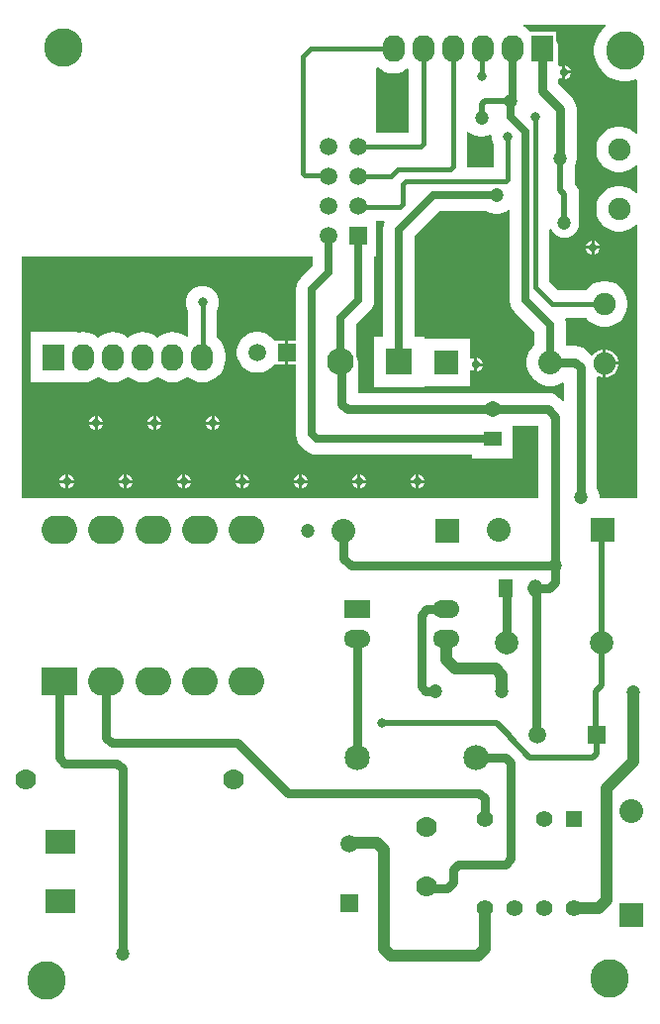
<source format=gbl>
G04*
G04 #@! TF.GenerationSoftware,Altium Limited,Altium Designer,21.0.9 (235)*
G04*
G04 Layer_Physical_Order=2*
G04 Layer_Color=16711680*
%FSTAX24Y24*%
%MOIN*%
G70*
G04*
G04 #@! TF.SameCoordinates,7FC3A568-097F-4849-A274-7F7CC5E3089F*
G04*
G04*
G04 #@! TF.FilePolarity,Positive*
G04*
G01*
G75*
%ADD69C,0.0315*%
%ADD70C,0.0157*%
%ADD71C,0.0197*%
%ADD72C,0.0394*%
%ADD73C,0.0276*%
%ADD74R,0.0906X0.0906*%
%ADD75C,0.0906*%
%ADD76O,0.0591X0.0512*%
%ADD77R,0.0591X0.0512*%
%ADD78R,0.0800X0.0800*%
%ADD79C,0.0800*%
%ADD80R,0.0512X0.0591*%
%ADD81O,0.0512X0.0591*%
%ADD82O,0.0900X0.0600*%
%ADD83R,0.0900X0.0600*%
%ADD84R,0.0591X0.0591*%
%ADD85C,0.0591*%
%ADD86C,0.0850*%
%ADD87C,0.0555*%
%ADD88R,0.0555X0.0555*%
%ADD89C,0.0700*%
%ADD90R,0.0591X0.0591*%
%ADD91C,0.1299*%
%ADD92R,0.1201X0.0965*%
%ADD93O,0.1201X0.0965*%
%ADD94C,0.0787*%
%ADD95R,0.0984X0.0787*%
%ADD96O,0.0750X0.0900*%
%ADD97R,0.0750X0.0900*%
%ADD98C,0.0750*%
%ADD99R,0.0800X0.0800*%
%ADD100C,0.0276*%
%ADD101C,0.0472*%
%ADD102C,0.0315*%
G36*
X049655Y046828D02*
X049616Y0468D01*
X049499Y046684D01*
X049403Y046551D01*
X049328Y046404D01*
X049278Y046248D01*
X049252Y046086D01*
Y045922D01*
X049278Y04576D01*
X049328Y045603D01*
X049403Y045457D01*
X049499Y045324D01*
X049616Y045208D01*
X049748Y045112D01*
X049895Y045037D01*
X050051Y044986D01*
X050213Y044961D01*
X050377D01*
X05054Y044986D01*
X050665Y045027D01*
X050715Y044992D01*
X050715Y043215D01*
X050665Y043194D01*
X050588Y04327D01*
X050463Y043354D01*
X050323Y043412D01*
X050174Y043442D01*
X050023D01*
X049874Y043412D01*
X049734Y043354D01*
X049608Y04327D01*
X049501Y043163D01*
X049417Y043037D01*
X049359Y042897D01*
X04933Y042749D01*
Y042598D01*
X049359Y042449D01*
X049417Y042309D01*
X049501Y042183D01*
X049608Y042076D01*
X049734Y041992D01*
X049874Y041934D01*
X050023Y041905D01*
X050174D01*
X050323Y041934D01*
X050463Y041992D01*
X050588Y042076D01*
X050665Y042152D01*
X050715Y042132D01*
Y041215D01*
X050665Y041194D01*
X050588Y04127D01*
X050463Y041354D01*
X050323Y041412D01*
X050174Y041442D01*
X050023D01*
X049874Y041412D01*
X049734Y041354D01*
X049608Y04127D01*
X049501Y041163D01*
X049417Y041037D01*
X049359Y040897D01*
X04933Y040749D01*
Y040598D01*
X049359Y040449D01*
X049417Y040309D01*
X049501Y040183D01*
X049608Y040076D01*
X049734Y039992D01*
X049874Y039934D01*
X050023Y039905D01*
X050174D01*
X050323Y039934D01*
X050463Y039992D01*
X050588Y040076D01*
X050665Y040152D01*
X050715Y040132D01*
X050715Y030945D01*
X049429D01*
Y031027D01*
X049405Y031148D01*
X049357Y031263D01*
X049355Y031266D01*
Y035017D01*
X049398Y035042D01*
X049423Y035028D01*
X049544Y034995D01*
X049556D01*
Y03547D01*
Y035945D01*
X049544D01*
X049423Y035913D01*
X049315Y035851D01*
X049226Y035762D01*
X049224Y035759D01*
X049162Y035751D01*
X049008Y035905D01*
X048893Y035993D01*
X048759Y036049D01*
X048615Y036068D01*
X048352D01*
X048322Y036098D01*
Y036752D01*
X048303Y036891D01*
X048281Y036944D01*
X048303Y036994D01*
X049D01*
X049009Y03698D01*
X049116Y036873D01*
X049242Y036789D01*
X049382Y036731D01*
X049531Y036702D01*
X049682D01*
X049831Y036731D01*
X04997Y036789D01*
X050096Y036873D01*
X050203Y03698D01*
X050288Y037106D01*
X050345Y037246D01*
X050375Y037395D01*
Y037546D01*
X050345Y037695D01*
X050288Y037835D01*
X050203Y03796D01*
X050096Y038068D01*
X04997Y038152D01*
X049831Y03821D01*
X049682Y038239D01*
X049531D01*
X049382Y03821D01*
X049242Y038152D01*
X049116Y038068D01*
X049009Y03796D01*
X049Y037947D01*
X048042D01*
X04776Y038229D01*
Y039982D01*
X04781Y039992D01*
X047828Y039949D01*
X047907Y039846D01*
X04801Y039767D01*
X048129Y039717D01*
X048258Y0397D01*
X048386Y039717D01*
X048506Y039767D01*
X048609Y039846D01*
X048688Y039949D01*
X048737Y040068D01*
X048754Y040197D01*
Y041161D01*
X048754Y041161D01*
X048737Y04129D01*
X048688Y04141D01*
X048609Y041512D01*
X048609Y041512D01*
X048607Y041515D01*
Y04212D01*
X048647Y042218D01*
X048666Y042362D01*
Y044026D01*
X048647Y044169D01*
X048592Y044304D01*
X048503Y044419D01*
X048052Y04487D01*
Y04505D01*
X048102Y045071D01*
X048178Y045039D01*
Y045276D01*
Y045512D01*
X048102Y045481D01*
X048052Y045501D01*
Y046073D01*
X048033Y046217D01*
X047978Y046351D01*
X047971Y046359D01*
Y046623D01*
X047541D01*
X047496Y046629D01*
X047451Y046623D01*
X047101D01*
X047042Y046694D01*
X046925Y04679D01*
X046858Y046826D01*
X04687Y046876D01*
X04964D01*
X049655Y046828D01*
D02*
G37*
G36*
X042067Y045356D02*
X0422Y045284D01*
X042345Y04524D01*
X042496Y045225D01*
X042647Y04524D01*
X042792Y045284D01*
X042925Y045356D01*
X04297Y045392D01*
X04302Y045368D01*
Y043248D01*
X041919D01*
Y045412D01*
X041969Y045436D01*
X042067Y045356D01*
D02*
G37*
G36*
X045061Y043241D02*
X045164Y043172D01*
X045279Y043125D01*
X045401Y0431D01*
X045525D01*
X045646Y043125D01*
X045757Y04317D01*
X045771Y043165D01*
X045807Y043143D01*
Y043038D01*
X045845Y042897D01*
X045882Y042833D01*
Y042061D01*
X044998D01*
X044973Y04209D01*
Y043259D01*
X045023Y043279D01*
X045061Y043241D01*
D02*
G37*
G36*
X046413Y040624D02*
Y037589D01*
X046431Y03745D01*
X046485Y037321D01*
X04657Y03721D01*
X047249Y03653D01*
Y036098D01*
X047169Y036018D01*
X047082Y035888D01*
X047022Y035743D01*
X046992Y03559D01*
Y035434D01*
X047022Y03528D01*
X047082Y035136D01*
X047169Y035006D01*
X047279Y034895D01*
X047409Y034808D01*
X047554Y034749D01*
X047707Y034718D01*
X047864D01*
X048017Y034749D01*
X048161Y034808D01*
X048199Y034834D01*
X048243Y03481D01*
Y034232D01*
X048197Y034213D01*
X048094Y034316D01*
X047979Y034405D01*
X047845Y03446D01*
X047701Y034479D01*
X041304D01*
Y035492D01*
X041285Y035636D01*
X041255Y03571D01*
Y036786D01*
X041704Y037235D01*
X041789Y037346D01*
X041811Y0374D01*
X041843Y037475D01*
X041861Y037614D01*
Y039075D01*
X041919D01*
Y040272D01*
X042181D01*
X042212Y040222D01*
X042169Y040119D01*
X042151Y03998D01*
Y036368D01*
X041841D01*
Y034675D01*
X043533D01*
Y034718D01*
X045079D01*
Y035228D01*
X045125Y035247D01*
X045141Y035231D01*
X045226Y035196D01*
Y035433D01*
Y03567D01*
X045141Y035635D01*
X045125Y035619D01*
X045079Y035638D01*
Y036306D01*
X043533D01*
Y036368D01*
X043223D01*
Y039758D01*
X04407Y040606D01*
X045643D01*
X045676Y040584D01*
X045791Y040536D01*
X045912Y040512D01*
X046036D01*
X046158Y040536D01*
X046273Y040584D01*
X046363Y040644D01*
X046413Y040624D01*
D02*
G37*
G36*
X039789Y038756D02*
X039375Y038342D01*
X03929Y038231D01*
X039236Y038101D01*
X039218Y037963D01*
Y036242D01*
X038957D01*
Y035846D01*
Y035451D01*
X039218D01*
Y033085D01*
X039236Y032946D01*
X03929Y032817D01*
X039375Y032706D01*
X039536Y032544D01*
X039647Y032459D01*
X039777Y032405D01*
X039915Y032387D01*
X045148D01*
Y032274D01*
X046526D01*
Y033367D01*
X047387D01*
Y030945D01*
X029984D01*
Y039075D01*
X039789Y039075D01*
Y038756D01*
D02*
G37*
%LPC*%
G36*
X048278Y045512D02*
Y045326D01*
X048465D01*
X04843Y04541D01*
X048363Y045477D01*
X048278Y045512D01*
D02*
G37*
G36*
X048465Y045226D02*
X048278D01*
Y045039D01*
X048363Y045074D01*
X04843Y045141D01*
X048465Y045226D01*
D02*
G37*
G36*
X049263Y039607D02*
Y03942D01*
X049449D01*
X049414Y039505D01*
X049347Y039572D01*
X049263Y039607D01*
D02*
G37*
G36*
X049163D02*
X049078Y039572D01*
X049011Y039505D01*
X048976Y03942D01*
X049163D01*
Y039607D01*
D02*
G37*
G36*
X049449Y03932D02*
X049263D01*
Y039133D01*
X049347Y039168D01*
X049414Y039235D01*
X049449Y03932D01*
D02*
G37*
G36*
X049163D02*
X048976D01*
X049011Y039235D01*
X049078Y039168D01*
X049163Y039133D01*
Y03932D01*
D02*
G37*
G36*
X049669Y035945D02*
X049656D01*
Y03552D01*
X050081D01*
Y035533D01*
X050049Y035654D01*
X049986Y035762D01*
X049898Y035851D01*
X04979Y035913D01*
X049669Y035945D01*
D02*
G37*
G36*
X050081Y03542D02*
X049656D01*
Y034995D01*
X049669D01*
X04979Y035028D01*
X049898Y03509D01*
X049986Y035179D01*
X050049Y035287D01*
X050081Y035408D01*
Y03542D01*
D02*
G37*
G36*
X045326Y03567D02*
Y035483D01*
X045512D01*
X045477Y035568D01*
X04541Y035635D01*
X045326Y03567D01*
D02*
G37*
G36*
X045512Y035383D02*
X045326D01*
Y035196D01*
X04541Y035231D01*
X045477Y035298D01*
X045512Y035383D01*
D02*
G37*
G36*
X036136Y038071D02*
X03599D01*
X03585Y038033D01*
X035725Y037961D01*
X035622Y037858D01*
X035549Y037732D01*
X035512Y037592D01*
Y037447D01*
X035549Y037307D01*
X035585Y037244D01*
Y036383D01*
X035535Y036359D01*
X03549Y036396D01*
X035357Y036468D01*
X035212Y036512D01*
X035061Y036527D01*
X03491Y036512D01*
X034765Y036468D01*
X034632Y036396D01*
X034561Y036338D01*
X03449Y036396D01*
X034357Y036468D01*
X034212Y036512D01*
X034061Y036527D01*
X03391Y036512D01*
X033765Y036468D01*
X033632Y036396D01*
X033561Y036338D01*
X03349Y036396D01*
X033357Y036468D01*
X033212Y036512D01*
X033061Y036527D01*
X03291Y036512D01*
X032765Y036468D01*
X032632Y036396D01*
X032561Y036338D01*
X03249Y036396D01*
X032357Y036468D01*
X032212Y036512D01*
X032061Y036527D01*
X03191Y036512D01*
X031864Y036498D01*
X03183Y036523D01*
Y036523D01*
X030292D01*
Y034835D01*
X03183D01*
Y034835D01*
X031864Y034861D01*
X03191Y034847D01*
X032061Y034832D01*
X032212Y034847D01*
X032357Y034891D01*
X03249Y034962D01*
X032561Y03502D01*
X032632Y034962D01*
X032765Y034891D01*
X03291Y034847D01*
X033061Y034832D01*
X033212Y034847D01*
X033357Y034891D01*
X03349Y034962D01*
X033561Y03502D01*
X033632Y034962D01*
X033765Y034891D01*
X03391Y034847D01*
X034061Y034832D01*
X034212Y034847D01*
X034357Y034891D01*
X03449Y034962D01*
X034561Y03502D01*
X034632Y034962D01*
X034765Y034891D01*
X03491Y034847D01*
X035061Y034832D01*
X035212Y034847D01*
X035357Y034891D01*
X03549Y034962D01*
X035561Y03502D01*
X035632Y034962D01*
X035765Y034891D01*
X03591Y034847D01*
X036061Y034832D01*
X036212Y034847D01*
X036357Y034891D01*
X03649Y034962D01*
X036607Y035058D01*
X036703Y035175D01*
X036775Y035309D01*
X036819Y035453D01*
X036833Y035604D01*
Y035754D01*
X036819Y035905D01*
X036775Y03605D01*
X036703Y036183D01*
X036607Y0363D01*
X036539Y036357D01*
Y037241D01*
X036577Y037307D01*
X036614Y037447D01*
Y037592D01*
X036577Y037732D01*
X036504Y037858D01*
X036401Y037961D01*
X036276Y038033D01*
X036136Y038071D01*
D02*
G37*
G36*
X037975Y036535D02*
X03784D01*
X037707Y036509D01*
X037581Y036457D01*
X037468Y036382D01*
X037372Y036286D01*
X037297Y036173D01*
X037245Y036047D01*
X037218Y035914D01*
Y035779D01*
X037245Y035645D01*
X037297Y03552D01*
X037372Y035407D01*
X037468Y035311D01*
X037581Y035236D01*
X037707Y035184D01*
X03784Y035157D01*
X037975D01*
X038108Y035184D01*
X038234Y035236D01*
X038347Y035311D01*
X038443Y035407D01*
X038464Y035439D01*
X038512Y035451D01*
Y035451D01*
X038512Y035451D01*
X038857D01*
Y035846D01*
Y036242D01*
X038512D01*
X038512Y036242D01*
Y036242D01*
X038465Y036253D01*
X038443Y036286D01*
X038347Y036382D01*
X038234Y036457D01*
X038108Y036509D01*
X037975Y036535D01*
D02*
G37*
G36*
X036467Y033701D02*
Y033515D01*
X036654D01*
X036619Y033599D01*
X036552Y033666D01*
X036467Y033701D01*
D02*
G37*
G36*
X036367D02*
X036283Y033666D01*
X036216Y033599D01*
X036181Y033515D01*
X036367D01*
Y033701D01*
D02*
G37*
G36*
X034499D02*
Y033515D01*
X034685D01*
X03465Y033599D01*
X034584Y033666D01*
X034499Y033701D01*
D02*
G37*
G36*
X034399D02*
X034314Y033666D01*
X034247Y033599D01*
X034212Y033515D01*
X034399D01*
Y033701D01*
D02*
G37*
G36*
X03253D02*
Y033515D01*
X032717D01*
X032682Y033599D01*
X032615Y033666D01*
X03253Y033701D01*
D02*
G37*
G36*
X03243D02*
X032346Y033666D01*
X032279Y033599D01*
X032244Y033515D01*
X03243D01*
Y033701D01*
D02*
G37*
G36*
X036654Y033415D02*
X036467D01*
Y033228D01*
X036552Y033263D01*
X036619Y03333D01*
X036654Y033415D01*
D02*
G37*
G36*
X036367D02*
X036181D01*
X036216Y03333D01*
X036283Y033263D01*
X036367Y033228D01*
Y033415D01*
D02*
G37*
G36*
X034685D02*
X034499D01*
Y033228D01*
X034584Y033263D01*
X03465Y03333D01*
X034685Y033415D01*
D02*
G37*
G36*
X034399D02*
X034212D01*
X034247Y03333D01*
X034314Y033263D01*
X034399Y033228D01*
Y033415D01*
D02*
G37*
G36*
X032717D02*
X03253D01*
Y033228D01*
X032615Y033263D01*
X032682Y03333D01*
X032717Y033415D01*
D02*
G37*
G36*
X03243D02*
X032244D01*
X032279Y03333D01*
X032346Y033263D01*
X03243Y033228D01*
Y033415D01*
D02*
G37*
G36*
X043357Y031733D02*
Y031546D01*
X043544D01*
X043509Y031631D01*
X043442Y031698D01*
X043357Y031733D01*
D02*
G37*
G36*
X043257D02*
X043172Y031698D01*
X043106Y031631D01*
X04307Y031546D01*
X043257D01*
Y031733D01*
D02*
G37*
G36*
X041389D02*
Y031546D01*
X041575D01*
X04154Y031631D01*
X041473Y031698D01*
X041389Y031733D01*
D02*
G37*
G36*
X041289D02*
X041204Y031698D01*
X041137Y031631D01*
X041102Y031546D01*
X041289D01*
Y031733D01*
D02*
G37*
G36*
X03942D02*
Y031546D01*
X039607D01*
X039572Y031631D01*
X039505Y031698D01*
X03942Y031733D01*
D02*
G37*
G36*
X03932D02*
X039235Y031698D01*
X039168Y031631D01*
X039133Y031546D01*
X03932D01*
Y031733D01*
D02*
G37*
G36*
X037452D02*
Y031546D01*
X037638D01*
X037603Y031631D01*
X037536Y031698D01*
X037452Y031733D01*
D02*
G37*
G36*
X037352D02*
X037267Y031698D01*
X0372Y031631D01*
X037165Y031546D01*
X037352D01*
Y031733D01*
D02*
G37*
G36*
X035483D02*
Y031546D01*
X03567D01*
X035635Y031631D01*
X035568Y031698D01*
X035483Y031733D01*
D02*
G37*
G36*
X035383D02*
X035298Y031698D01*
X035231Y031631D01*
X035196Y031546D01*
X035383D01*
Y031733D01*
D02*
G37*
G36*
X033515D02*
Y031546D01*
X033701D01*
X033666Y031631D01*
X033599Y031698D01*
X033515Y031733D01*
D02*
G37*
G36*
X033415D02*
X03333Y031698D01*
X033263Y031631D01*
X033228Y031546D01*
X033415D01*
Y031733D01*
D02*
G37*
G36*
X031546D02*
Y031546D01*
X031733D01*
X031698Y031631D01*
X031631Y031698D01*
X031546Y031733D01*
D02*
G37*
G36*
X031446D02*
X031361Y031698D01*
X031294Y031631D01*
X031259Y031546D01*
X031446D01*
Y031733D01*
D02*
G37*
G36*
X043544Y031446D02*
X043357D01*
Y031259D01*
X043442Y031294D01*
X043509Y031361D01*
X043544Y031446D01*
D02*
G37*
G36*
X043257D02*
X04307D01*
X043106Y031361D01*
X043172Y031294D01*
X043257Y031259D01*
Y031446D01*
D02*
G37*
G36*
X041575D02*
X041389D01*
Y031259D01*
X041473Y031294D01*
X04154Y031361D01*
X041575Y031446D01*
D02*
G37*
G36*
X041289D02*
X041102D01*
X041137Y031361D01*
X041204Y031294D01*
X041289Y031259D01*
Y031446D01*
D02*
G37*
G36*
X039607D02*
X03942D01*
Y031259D01*
X039505Y031294D01*
X039572Y031361D01*
X039607Y031446D01*
D02*
G37*
G36*
X03932D02*
X039133D01*
X039168Y031361D01*
X039235Y031294D01*
X03932Y031259D01*
Y031446D01*
D02*
G37*
G36*
X037638D02*
X037452D01*
Y031259D01*
X037536Y031294D01*
X037603Y031361D01*
X037638Y031446D01*
D02*
G37*
G36*
X037352D02*
X037165D01*
X0372Y031361D01*
X037267Y031294D01*
X037352Y031259D01*
Y031446D01*
D02*
G37*
G36*
X03567D02*
X035483D01*
Y031259D01*
X035568Y031294D01*
X035635Y031361D01*
X03567Y031446D01*
D02*
G37*
G36*
X035383D02*
X035196D01*
X035231Y031361D01*
X035298Y031294D01*
X035383Y031259D01*
Y031446D01*
D02*
G37*
G36*
X033701D02*
X033515D01*
Y031259D01*
X033599Y031294D01*
X033666Y031361D01*
X033701Y031446D01*
D02*
G37*
G36*
X033415D02*
X033228D01*
X033263Y031361D01*
X03333Y031294D01*
X033415Y031259D01*
Y031446D01*
D02*
G37*
G36*
X031733D02*
X031546D01*
Y031259D01*
X031631Y031294D01*
X031698Y031361D01*
X031733Y031446D01*
D02*
G37*
G36*
X031446D02*
X031259D01*
X031294Y031361D01*
X031361Y031294D01*
X031446Y031259D01*
Y031446D01*
D02*
G37*
%LPD*%
D69*
X045837Y033923D02*
X047701D01*
X040933D02*
X045837D01*
X033366Y015591D02*
Y021823D01*
X031427Y022008D02*
X033182D01*
X033366Y021823D01*
X033009Y022697D02*
X037254D01*
X038819Y021132D01*
X032825Y022881D02*
X033009Y022697D01*
X032825Y022881D02*
Y024754D01*
X031265Y02217D02*
X031427Y022008D01*
X03125Y022185D02*
Y024754D01*
X04811Y042362D02*
Y044026D01*
X047496Y04464D02*
X04811Y044026D01*
X047496Y04464D02*
Y046073D01*
X040748Y034108D02*
Y035492D01*
Y034108D02*
X040933Y033923D01*
X040718Y035522D02*
X040748Y035492D01*
X047785Y035512D02*
X048615D01*
X048799Y030965D02*
Y035327D01*
X048615Y035512D02*
X048799Y035327D01*
X047701Y033923D02*
X047943Y033681D01*
Y028661D02*
Y033681D01*
X040827Y028915D02*
X04108Y028661D01*
X047943D01*
X047758Y027904D02*
X047943Y028088D01*
X047289Y027904D02*
X047758D01*
X047943Y028088D02*
Y028661D01*
X040827Y028915D02*
Y029823D01*
X043589Y024449D02*
X043897D01*
X043435Y024604D02*
Y027001D01*
X043897Y024449D02*
X043927Y024419D01*
X043435Y024604D02*
X043589Y024449D01*
X04362Y027185D02*
X044272D01*
X043435Y027001D02*
X04362Y027185D01*
X041274Y022207D02*
Y026183D01*
X041272Y026185D02*
X041274Y026183D01*
Y022207D02*
X041276Y022205D01*
X046306Y02607D02*
X046323Y026053D01*
X046306Y02607D02*
Y027887D01*
X046289Y027904D02*
X046306Y027887D01*
X047313Y022996D02*
Y02788D01*
X047289Y027904D02*
X047313Y02788D01*
Y022996D02*
X047337Y022972D01*
X046272Y018612D02*
X046457Y018797D01*
X044692Y018612D02*
X046272D01*
X046457Y018797D02*
Y02202D01*
X045276Y022205D02*
X046272D01*
X046457Y02202D01*
X044508Y018428D02*
X044692Y018612D01*
X044508Y017995D02*
Y018428D01*
X044323Y01781D02*
X044508Y017995D01*
X043676Y01781D02*
X044323D01*
X043602Y017884D02*
X043676Y01781D01*
X038819Y021132D02*
X038937Y021014D01*
X045394D01*
X045579Y020829D01*
Y020128D02*
Y020829D01*
D70*
X03125Y022185D02*
X031265Y02217D01*
X042805Y041492D02*
X042897Y041585D01*
X046266D01*
X041348Y040748D02*
X042713D01*
X042805Y04084D01*
Y041492D01*
X045484Y046061D02*
X045496Y046073D01*
X045484Y04515D02*
Y046061D01*
X045472Y045138D02*
X045484Y04515D01*
X047274Y04377D02*
X047283Y04376D01*
Y038031D02*
X047844Y03747D01*
X047283Y038031D02*
Y04376D01*
X047844Y03747D02*
X049606D01*
X046358Y041677D02*
Y04311D01*
X042638Y041998D02*
X044404D01*
X044496Y04209D02*
Y046073D01*
X044404Y041998D02*
X044496Y04209D01*
X042411Y041772D02*
X042638Y041998D01*
X046266Y041585D02*
X046358Y041677D01*
X043404Y042772D02*
X043496Y042864D01*
X041325Y042772D02*
X043404D01*
X043496Y042864D02*
Y046073D01*
X041325Y041772D02*
X042411D01*
X039695Y046073D02*
X042496D01*
X039429Y045807D02*
X039695Y046073D01*
X039429Y041884D02*
X039521Y041791D01*
X039429Y041884D02*
Y045807D01*
X039521Y041791D02*
X040305D01*
X040325Y041772D01*
X041325Y040772D02*
X041348Y040748D01*
X036062Y03568D02*
Y037519D01*
X036061Y035679D02*
X036062Y03568D01*
Y037519D02*
X036063Y03752D01*
D71*
X045463Y04373D02*
Y044194D01*
X045578Y04431D01*
X046445D01*
X048258Y040197D02*
Y041161D01*
X04811Y041309D02*
X048258Y041161D01*
X04811Y041309D02*
Y042362D01*
X049337Y02233D02*
Y022972D01*
X049221Y022215D02*
X049337Y02233D01*
X046407Y022894D02*
X047087Y022215D01*
X049221D01*
X049311Y022998D02*
X049337Y022972D01*
X045965Y023366D02*
X046407Y022923D01*
Y022894D02*
Y022923D01*
X042106Y023366D02*
X045965D01*
X049523Y026053D02*
Y029858D01*
X049537Y029872D01*
X049311Y022998D02*
Y024419D01*
X049523Y024632D01*
Y026053D01*
D72*
X050571Y022067D02*
Y024409D01*
X049665Y021161D02*
X050571Y022067D01*
X049665Y017392D02*
Y021161D01*
X049419Y017146D02*
X049665Y017392D01*
X048596Y017146D02*
X049419D01*
X048579Y017128D02*
X048596Y017146D01*
X046161Y024419D02*
Y024966D01*
X044577Y025197D02*
X045931D01*
X046161Y024966D01*
X044272Y025502D02*
X044577Y025197D01*
X044272Y025502D02*
Y026185D01*
X045348Y015522D02*
X045579Y015752D01*
X042416Y015522D02*
X045348D01*
X045579Y015752D02*
Y017128D01*
X042185Y015752D02*
Y01909D01*
Y015752D02*
X042416Y015522D01*
X041008Y019321D02*
X041954D01*
X042185Y01909D01*
X041004Y019317D02*
X041008Y019321D01*
D73*
X039754Y037963D02*
X040325Y038533D01*
Y039772D01*
X039754Y033085D02*
Y037963D01*
X046949Y037589D02*
Y043278D01*
Y037589D02*
X047785Y036752D01*
Y035512D02*
Y036752D01*
X046445Y043781D02*
X046949Y043278D01*
X046445Y043781D02*
Y04431D01*
Y044363D02*
X046496Y044414D01*
Y046073D01*
X046445Y04431D02*
Y044363D01*
X042687Y035522D02*
Y03998D01*
X043848Y041142D02*
X045974D01*
X042687Y03998D02*
X043848Y041142D01*
X039915Y032923D02*
X045837D01*
X039754Y033085D02*
X039915Y032923D01*
X041325Y037614D02*
Y039772D01*
X040718Y037008D02*
X041325Y037614D01*
X040718Y035522D02*
Y037008D01*
D74*
X042687Y035522D02*
D03*
D75*
X040718D02*
D03*
D76*
X045837Y033923D02*
D03*
D77*
Y032923D02*
D03*
D78*
X044327Y029823D02*
D03*
X049537Y029872D02*
D03*
X044285Y035512D02*
D03*
D79*
X040827Y029823D02*
D03*
X046037Y029872D02*
D03*
X047785Y035512D02*
D03*
X050522Y020409D02*
D03*
D80*
X046289Y027904D02*
D03*
D81*
X047289D02*
D03*
D82*
X044272Y027185D02*
D03*
Y026185D02*
D03*
X041272D02*
D03*
D83*
Y027185D02*
D03*
D84*
X049337Y022972D02*
D03*
X038907Y035846D02*
D03*
D85*
X047337Y022972D02*
D03*
X041004Y019317D02*
D03*
X037907Y035846D02*
D03*
X040325Y042772D02*
D03*
X041325D02*
D03*
X040325Y041772D02*
D03*
X041325D02*
D03*
X040325Y040772D02*
D03*
X041325D02*
D03*
X040325Y039772D02*
D03*
D86*
X045276Y022205D02*
D03*
X041276D02*
D03*
D87*
X045579Y020128D02*
D03*
X047579D02*
D03*
X045579Y017128D02*
D03*
X046579D02*
D03*
X047579D02*
D03*
X048579D02*
D03*
D88*
Y020128D02*
D03*
D89*
X043602Y019884D02*
D03*
Y017884D02*
D03*
X037124Y021466D02*
D03*
X030124D02*
D03*
D90*
X041004Y017317D02*
D03*
X041325Y039772D02*
D03*
D91*
X030827Y014705D02*
D03*
X050295Y046004D02*
D03*
X031378Y046112D02*
D03*
X049783Y014774D02*
D03*
D92*
X03125Y024754D02*
D03*
D93*
X032825D02*
D03*
X0344D02*
D03*
X035974D02*
D03*
X037549D02*
D03*
Y029872D02*
D03*
X035974D02*
D03*
X0344D02*
D03*
X032825D02*
D03*
X03125D02*
D03*
D94*
X049523Y026053D02*
D03*
X046323D02*
D03*
D95*
X03128Y017356D02*
D03*
Y019356D02*
D03*
D96*
X042496Y046073D02*
D03*
X044496D02*
D03*
X045496D02*
D03*
X046496D02*
D03*
X043496D02*
D03*
X036061Y035679D02*
D03*
X034061D02*
D03*
X033061D02*
D03*
X032061D02*
D03*
X035061D02*
D03*
D97*
X047496Y046073D02*
D03*
X031061Y035679D02*
D03*
D98*
X050098Y042673D02*
D03*
Y040673D02*
D03*
X049606Y03547D02*
D03*
Y03747D02*
D03*
D99*
X050522Y016909D02*
D03*
D100*
X049213Y03937D02*
D03*
X048228Y045276D02*
D03*
X045276Y035433D02*
D03*
X043307Y031496D02*
D03*
X041339D02*
D03*
X03937D02*
D03*
X037402D02*
D03*
X036417Y033465D02*
D03*
X035433Y031496D02*
D03*
X034449Y033465D02*
D03*
X033465Y031496D02*
D03*
X03248Y033465D02*
D03*
X031496Y031496D02*
D03*
D101*
X039596Y029843D02*
D03*
X046445Y04431D02*
D03*
X045463Y04373D02*
D03*
X048258Y040197D02*
D03*
X04811Y042362D02*
D03*
X045974Y041142D02*
D03*
X048799Y030965D02*
D03*
X047943Y028661D02*
D03*
X050571Y024409D02*
D03*
X046161Y024419D02*
D03*
X043927D02*
D03*
X033366Y015591D02*
D03*
D102*
X045472Y045138D02*
D03*
X047274Y04377D02*
D03*
X046358Y04311D02*
D03*
X036063Y03752D02*
D03*
X042106Y023366D02*
D03*
M02*

</source>
